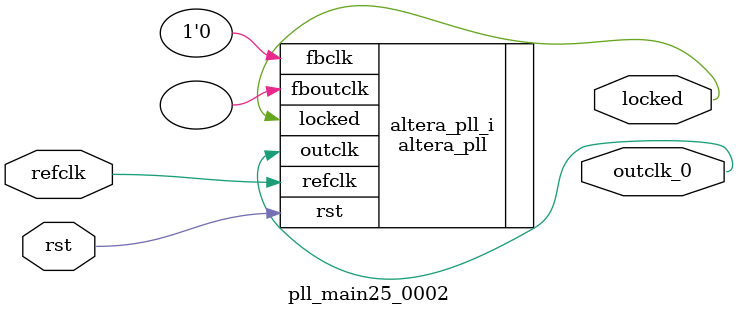
<source format=v>
`timescale 1ns/10ps
module  pll_main25_0002(

	// interface 'refclk'
	input wire refclk,

	// interface 'reset'
	input wire rst,

	// interface 'outclk0'
	output wire outclk_0,

	// interface 'locked'
	output wire locked
);

	altera_pll #(
		.fractional_vco_multiplier("false"),
		.reference_clock_frequency("50.0 MHz"),
		.operation_mode("normal"),
		.number_of_clocks(1),
		.output_clock_frequency0("25.000000 MHz"),
		.phase_shift0("0 ps"),
		.duty_cycle0(50),
		.output_clock_frequency1("0 MHz"),
		.phase_shift1("0 ps"),
		.duty_cycle1(50),
		.output_clock_frequency2("0 MHz"),
		.phase_shift2("0 ps"),
		.duty_cycle2(50),
		.output_clock_frequency3("0 MHz"),
		.phase_shift3("0 ps"),
		.duty_cycle3(50),
		.output_clock_frequency4("0 MHz"),
		.phase_shift4("0 ps"),
		.duty_cycle4(50),
		.output_clock_frequency5("0 MHz"),
		.phase_shift5("0 ps"),
		.duty_cycle5(50),
		.output_clock_frequency6("0 MHz"),
		.phase_shift6("0 ps"),
		.duty_cycle6(50),
		.output_clock_frequency7("0 MHz"),
		.phase_shift7("0 ps"),
		.duty_cycle7(50),
		.output_clock_frequency8("0 MHz"),
		.phase_shift8("0 ps"),
		.duty_cycle8(50),
		.output_clock_frequency9("0 MHz"),
		.phase_shift9("0 ps"),
		.duty_cycle9(50),
		.output_clock_frequency10("0 MHz"),
		.phase_shift10("0 ps"),
		.duty_cycle10(50),
		.output_clock_frequency11("0 MHz"),
		.phase_shift11("0 ps"),
		.duty_cycle11(50),
		.output_clock_frequency12("0 MHz"),
		.phase_shift12("0 ps"),
		.duty_cycle12(50),
		.output_clock_frequency13("0 MHz"),
		.phase_shift13("0 ps"),
		.duty_cycle13(50),
		.output_clock_frequency14("0 MHz"),
		.phase_shift14("0 ps"),
		.duty_cycle14(50),
		.output_clock_frequency15("0 MHz"),
		.phase_shift15("0 ps"),
		.duty_cycle15(50),
		.output_clock_frequency16("0 MHz"),
		.phase_shift16("0 ps"),
		.duty_cycle16(50),
		.output_clock_frequency17("0 MHz"),
		.phase_shift17("0 ps"),
		.duty_cycle17(50),
		.pll_type("General"),
		.pll_subtype("General")
	) altera_pll_i (
		.rst	(rst),
		.outclk	({outclk_0}),
		.locked	(locked),
		.fboutclk	( ),
		.fbclk	(1'b0),
		.refclk	(refclk)
	);
endmodule


</source>
